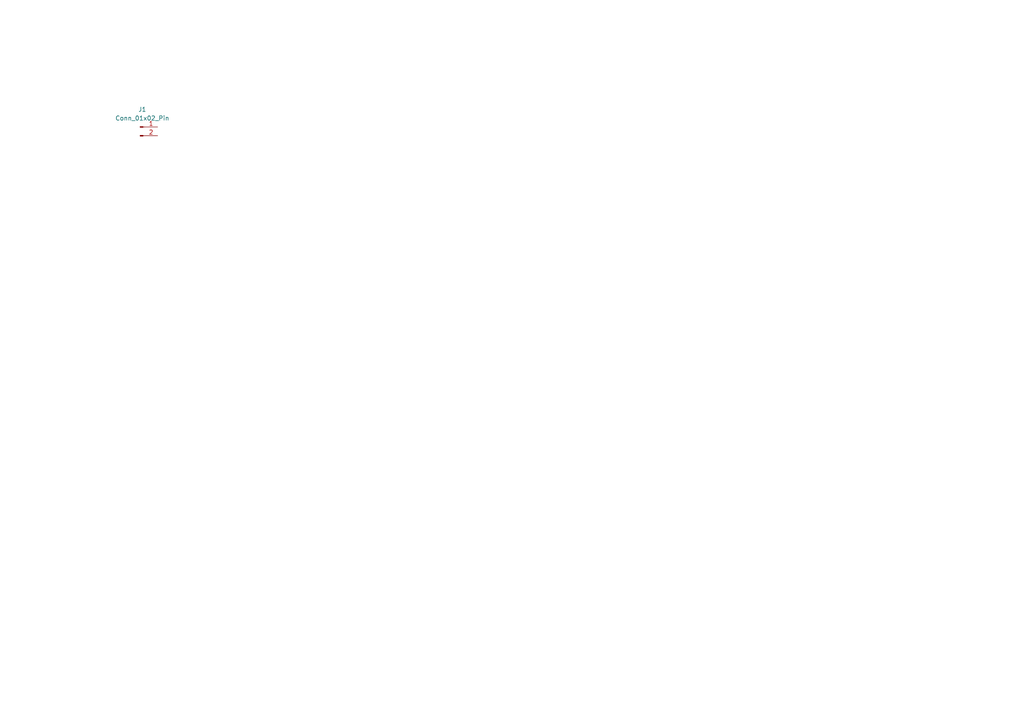
<source format=kicad_sch>
(kicad_sch (version 20231120) (generator "eeschema") (generator_version "8.0")
  (paper "A4")
  (lib_symbols
    (symbol "Connector:Conn_01x02_Pin" (pin_names (offset 1.016) hide)
      (property "Reference" "J" (at 0 2.54 0))
      (property "Value" "Conn_01x02_Pin" (at 0 -5.08 0))
      (symbol "Conn_01x02_Pin_1_1"
        (polyline (pts (xy 1.27 -2.54) (xy 0.8636 -2.54)) (stroke (width 0.1524)))
        (polyline (pts (xy 1.27 0) (xy 0.8636 0)) (stroke (width 0.1524)))
        (rectangle (start 0.8636 -2.413) (end 0 -2.667) (stroke (width 0.1524)) (fill (type outline)))
        (rectangle (start 0.8636 0.127) (end 0 -0.127) (stroke (width 0.1524)) (fill (type outline)))
        (pin passive line (at 5.08 0 180) (length 3.81) (name "Pin_1") (number "1"))
        (pin passive line (at 5.08 -2.54 180) (length 3.81) (name "Pin_2") (number "2"))
      )
    )
  )
  (symbol (lib_id "Connector:Conn_01x02_Pin") (at 40.64 36.83 0) (unit 1)
    (property "Reference" "J1" (at 41.275 31.75 0))
    (property "Value" "Conn_01x02_Pin" (at 41.275 34.29 0))
    (property "Footprint" "Connector_PinHeader_2.54mm:PinHeader_1x02_P2.54mm_Vertical" (effects (hide yes)))
    (property "Description" "Generic connector, single row, 01x02, script generated" (effects (hide yes)))
  )
)
</source>
